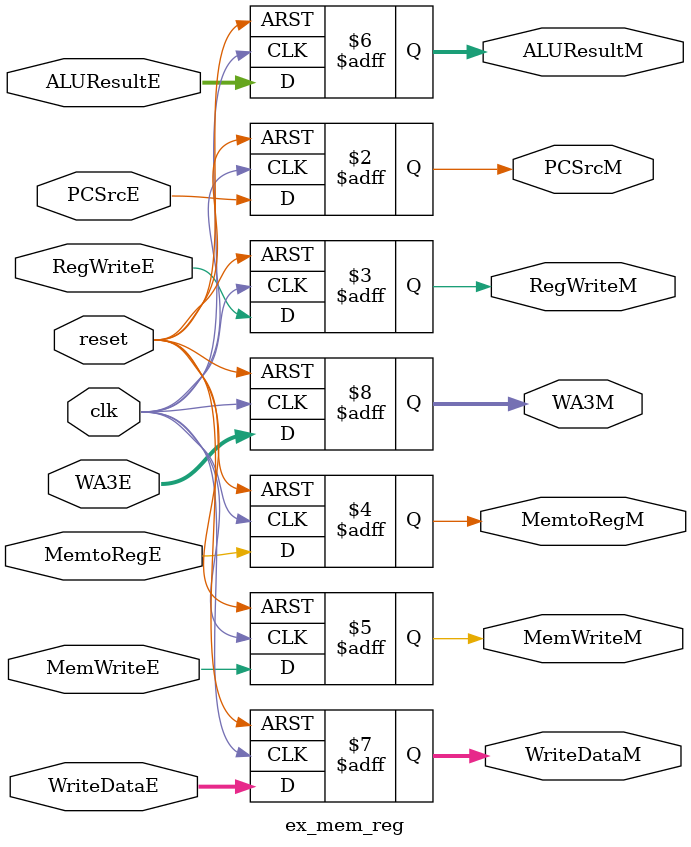
<source format=v>
module ex_mem_reg (
    input wire clk, reset,
    // Control signals
    input wire PCSrcE, RegWriteE, MemtoRegE, MemWriteE,
    // Data signals
    input wire [31:0] ALUResultE,
    input wire [31:0] WriteDataE,
    input wire [3:0] WA3E,
    // Outputs
    output reg PCSrcM, RegWriteM, MemtoRegM, MemWriteM,
    output reg [31:0] ALUResultM,
    output reg [31:0] WriteDataM,
    output reg [3:0] WA3M
);
    always @(posedge clk, posedge reset) begin
        if (reset) begin
            PCSrcM <= 0;
            RegWriteM <= 0;
            MemtoRegM <= 0;
            MemWriteM <= 0;
            ALUResultM <= 32'b0;
            WriteDataM <= 32'b0;
            WA3M <= 4'b0;
        end
        else begin
            PCSrcM <= PCSrcE;
            RegWriteM <= RegWriteE;
            MemtoRegM <= MemtoRegE;
            MemWriteM <= MemWriteE;
            ALUResultM <= ALUResultE;
            WriteDataM <= WriteDataE;
            WA3M <= WA3E;
        end
    end
endmodule
</source>
